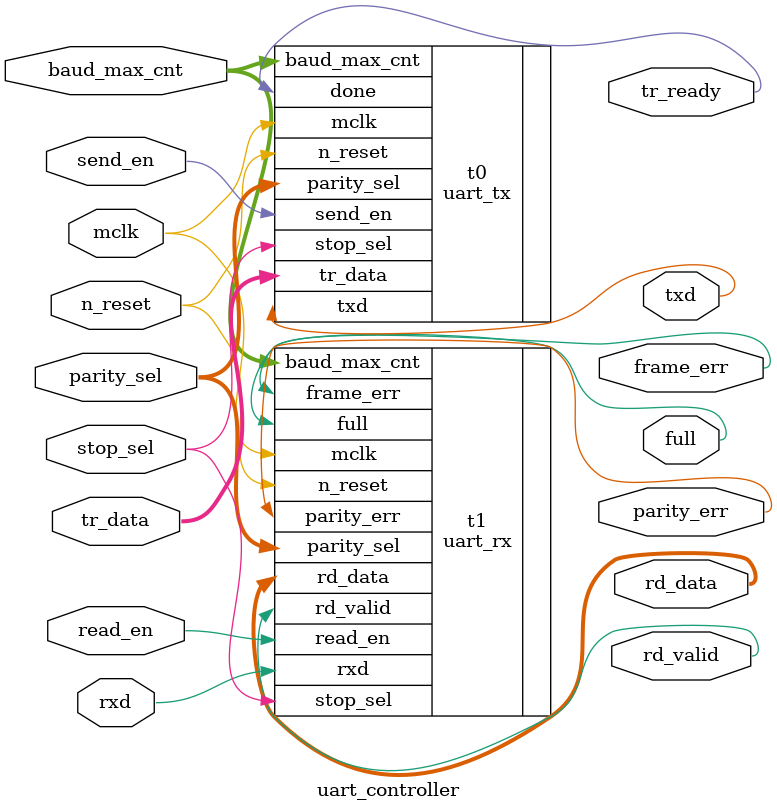
<source format=v>
module uart_controller(
    input           mclk,
    input           n_reset,
    input   [15:0]  baud_max_cnt,
    input   [1:0]   parity_sel,
    input           stop_sel,
    input   [7:0]   tr_data,
    input           send_en,
    output          tr_ready, // uart_tx transmit ready flag
    output          txd, 
    input           rxd, 
    input           read_en,
    output  [7:0]   rd_data,
    output          rd_valid,
    output          full,
    output          frame_err,
    output          parity_err
);

uart_tx t0(
    .mclk               (mclk           ),
    .n_reset            (n_reset        ),
    .baud_max_cnt       (baud_max_cnt   ),
    .parity_sel         (parity_sel     ),
    .stop_sel           (stop_sel       ),
    .tr_data            (tr_data        ),
    .send_en            (send_en        ),
    .done               (tr_ready       ),
    .txd                (txd            )
);

uart_rx t1(
    .mclk               (mclk           ),
    .n_reset            (n_reset        ),
    .baud_max_cnt       (baud_max_cnt   ),
    .parity_sel         (parity_sel     ),
    .stop_sel           (stop_sel       ),
    .rd_data            (rd_data        ),
    .read_en            (read_en        ),
    .rd_valid           (rd_valid       ),
    .full               (full           ),
    .frame_err          (frame_err      ),
    .parity_err         (parity_err     ),
    .rxd                (rxd            )
);

endmodule

</source>
